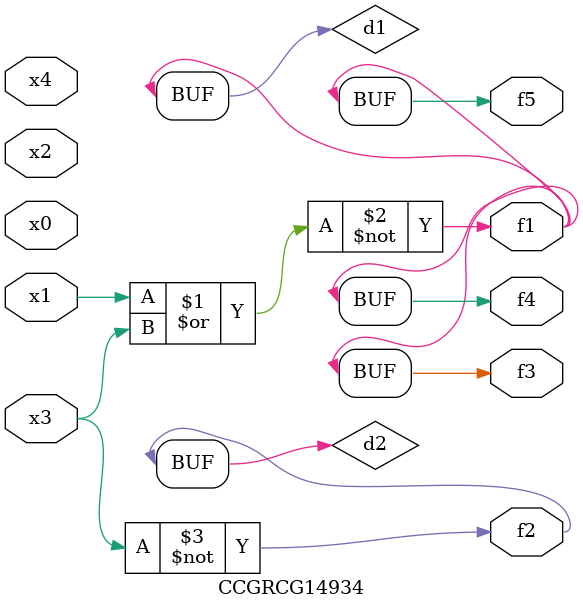
<source format=v>
module CCGRCG14934(
	input x0, x1, x2, x3, x4,
	output f1, f2, f3, f4, f5
);

	wire d1, d2;

	nor (d1, x1, x3);
	not (d2, x3);
	assign f1 = d1;
	assign f2 = d2;
	assign f3 = d1;
	assign f4 = d1;
	assign f5 = d1;
endmodule

</source>
